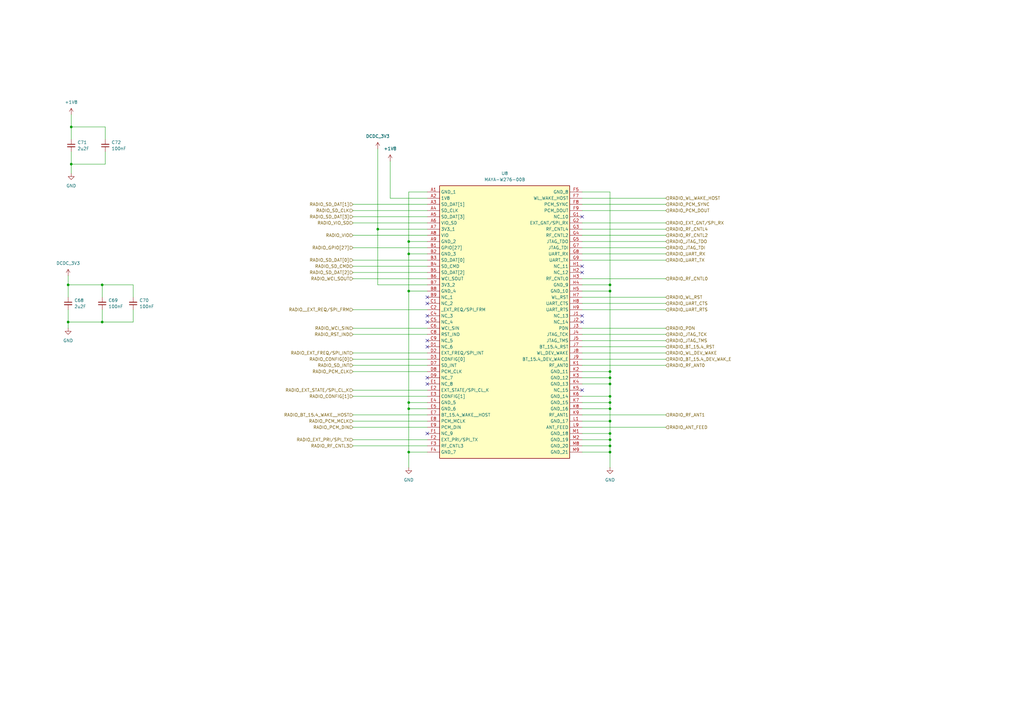
<source format=kicad_sch>
(kicad_sch (version 20250114) (generator "eeschema") (generator_version "9.0")
  (paper "A3")
  (lib_symbols
    (symbol "Device:C_Small" (pin_numbers (hide yes)) (pin_names (offset 0.254) (hide yes))
      (property "Reference" "C" (at 0.254 1.778 0))
      (property "Value" "C_Small" (at 0.254 -2.032 0))
      (symbol "C_Small_0_1"
        (polyline (pts (xy -1.524 0.508) (xy 1.524 0.508)) (stroke (width 0.3048)))
        (polyline (pts (xy -1.524 -0.508) (xy 1.524 -0.508)) (stroke (width 0.3302)))
      )
      (symbol "C_Small_1_1"
        (pin passive line (at 0 2.54 270) (length 2.032) (name "~") (number "1"))
        (pin passive line (at 0 -2.54 90) (length 2.032) (name "~") (number "2"))
      )
    )
    (symbol "NXP_SBC:MAYA-W276-00B"
      (property "Reference" "U" (at 59.69 7.62 0))
      (property "Value" "MAYA-W276-00B" (at 59.69 5.08 0))
      (symbol "MAYA-W276-00B_1_1"
        (rectangle (start 5.08 2.54) (end 58.42 -109.22) (stroke (width 0.254)) (fill (type background)))
        (pin passive line (at 0 0 0) (length 5.08) (name "GND_1") (number "A1"))
        (pin passive line (at 0 -2.54 0) (length 5.08) (name "1V8") (number "A2"))
        (pin passive line (at 0 -5.08 0) (length 5.08) (name "SD_DAT[1]") (number "A3"))
        (pin passive line (at 0 -7.62 0) (length 5.08) (name "SD_CLK") (number "A4"))
        (pin passive line (at 0 -10.16 0) (length 5.08) (name "SD_DAT[3]") (number "A5"))
        (pin passive line (at 0 -12.7 0) (length 5.08) (name "VIO_SD") (number "A6"))
        (pin passive line (at 0 -15.24 0) (length 5.08) (name "3V3_1") (number "A7"))
        (pin passive line (at 0 -17.78 0) (length 5.08) (name "VIO") (number "A8"))
        (pin passive line (at 0 -20.32 0) (length 5.08) (name "GND_2") (number "A9"))
        (pin passive line (at 0 -22.86 0) (length 5.08) (name "GPIO[27]") (number "B1"))
        (pin passive line (at 0 -25.4 0) (length 5.08) (name "GND_3") (number "B2"))
        (pin passive line (at 0 -27.94 0) (length 5.08) (name "SD_DAT[0]") (number "B3"))
        (pin passive line (at 0 -30.48 0) (length 5.08) (name "SD_CMD") (number "B4"))
        (pin passive line (at 0 -33.02 0) (length 5.08) (name "SD_DAT[2]") (number "B5"))
        (pin passive line (at 0 -35.56 0) (length 5.08) (name "WCI_SOUT") (number "B6"))
        (pin passive line (at 0 -38.1 0) (length 5.08) (name "3V3_2") (number "B7"))
        (pin passive line (at 0 -40.64 0) (length 5.08) (name "GND_4") (number "B8"))
        (pin passive line (at 0 -43.18 0) (length 5.08) (name "NC_1") (number "B9"))
        (pin passive line (at 0 -45.72 0) (length 5.08) (name "NC_2") (number "C1"))
        (pin passive line (at 0 -48.26 0) (length 5.08) (name "_EXT_REQ/SPI_FRM") (number "C2"))
        (pin passive line (at 0 -50.8 0) (length 5.08) (name "NC_3") (number "C4"))
        (pin passive line (at 0 -53.34 0) (length 5.08) (name "NC_4") (number "C5"))
        (pin passive line (at 0 -55.88 0) (length 5.08) (name "WCI_SIN") (number "C6"))
        (pin passive line (at 0 -58.42 0) (length 5.08) (name "RST_IND") (number "C8"))
        (pin passive line (at 0 -60.96 0) (length 5.08) (name "NC_5") (number "C9"))
        (pin passive line (at 0 -63.5 0) (length 5.08) (name "NC_6") (number "D1"))
        (pin passive line (at 0 -66.04 0) (length 5.08) (name "EXT_FREQ/SPI_INT") (number "D2"))
        (pin passive line (at 0 -68.58 0) (length 5.08) (name "CONFIG[0]") (number "D3"))
        (pin passive line (at 0 -71.12 0) (length 5.08) (name "SD_INT") (number "D7"))
        (pin passive line (at 0 -73.66 0) (length 5.08) (name "PCM_CLK") (number "D8"))
        (pin passive line (at 0 -76.2 0) (length 5.08) (name "NC_7") (number "D9"))
        (pin passive line (at 0 -78.74 0) (length 5.08) (name "NC_8") (number "E1"))
        (pin passive line (at 0 -81.28 0) (length 5.08) (name "EXT_STATE/SPI_CL_K") (number "E2"))
        (pin passive line (at 0 -83.82 0) (length 5.08) (name "CONFIG[1]") (number "E3"))
        (pin passive line (at 0 -86.36 0) (length 5.08) (name "GND_5") (number "E4"))
        (pin passive line (at 0 -88.9 0) (length 5.08) (name "GND_6") (number "E5"))
        (pin passive line (at 0 -91.44 0) (length 5.08) (name "BT_15.4_WAKE__HOST") (number "E7"))
        (pin passive line (at 0 -93.98 0) (length 5.08) (name "PCM_MCLK") (number "E8"))
        (pin passive line (at 0 -96.52 0) (length 5.08) (name "PCM_DIN") (number "E9"))
        (pin passive line (at 0 -99.06 0) (length 5.08) (name "NC_9") (number "F1"))
        (pin passive line (at 0 -101.6 0) (length 5.08) (name "EXT_PRI/SPI_TX") (number "F2"))
        (pin passive line (at 0 -104.14 0) (length 5.08) (name "RF_CNTL3") (number "F3"))
        (pin passive line (at 0 -106.68 0) (length 5.08) (name "GND_7") (number "F4"))
        (pin passive line (at 63.5 0 180) (length 5.08) (name "GND_8") (number "F5"))
        (pin passive line (at 63.5 -2.54 180) (length 5.08) (name "WL_WAKE_HOST") (number "F7"))
        (pin passive line (at 63.5 -5.08 180) (length 5.08) (name "PCM_SYNC") (number "F8"))
        (pin passive line (at 63.5 -7.62 180) (length 5.08) (name "PCM_DOUT") (number "F9"))
        (pin passive line (at 63.5 -10.16 180) (length 5.08) (name "NC_10") (number "G1"))
        (pin passive line (at 63.5 -12.7 180) (length 5.08) (name "EXT_GNT/SPI_RX") (number "G2"))
        (pin passive line (at 63.5 -15.24 180) (length 5.08) (name "RF_CNTL4") (number "G3"))
        (pin passive line (at 63.5 -17.78 180) (length 5.08) (name "RF_CNTL2") (number "G4"))
        (pin passive line (at 63.5 -20.32 180) (length 5.08) (name "JTAG_TDO") (number "G5"))
        (pin passive line (at 63.5 -22.86 180) (length 5.08) (name "JTAG_TDI") (number "G7"))
        (pin passive line (at 63.5 -25.4 180) (length 5.08) (name "UART_RX") (number "G8"))
        (pin passive line (at 63.5 -27.94 180) (length 5.08) (name "UART_TX") (number "G9"))
        (pin passive line (at 63.5 -30.48 180) (length 5.08) (name "NC_11") (number "H1"))
        (pin passive line (at 63.5 -33.02 180) (length 5.08) (name "NC_12") (number "H2"))
        (pin passive line (at 63.5 -35.56 180) (length 5.08) (name "RF_CNTL0") (number "H3"))
        (pin passive line (at 63.5 -38.1 180) (length 5.08) (name "GND_9") (number "H4"))
        (pin passive line (at 63.5 -40.64 180) (length 5.08) (name "GND_10") (number "H5"))
        (pin passive line (at 63.5 -43.18 180) (length 5.08) (name "WL_RST") (number "H7"))
        (pin passive line (at 63.5 -45.72 180) (length 5.08) (name "UART_CTS") (number "H8"))
        (pin passive line (at 63.5 -48.26 180) (length 5.08) (name "UART_RTS") (number "H9"))
        (pin passive line (at 63.5 -50.8 180) (length 5.08) (name "NC_13") (number "J1"))
        (pin passive line (at 63.5 -53.34 180) (length 5.08) (name "NC_14") (number "J2"))
        (pin passive line (at 63.5 -55.88 180) (length 5.08) (name "PDN") (number "J3"))
        (pin passive line (at 63.5 -58.42 180) (length 5.08) (name "JTAG_TCK") (number "J4"))
        (pin passive line (at 63.5 -60.96 180) (length 5.08) (name "JTAG_TMS") (number "J5"))
        (pin passive line (at 63.5 -63.5 180) (length 5.08) (name "BT_15.4_RST") (number "J7"))
        (pin passive line (at 63.5 -66.04 180) (length 5.08) (name "WL_DEV_WAKE") (number "J8"))
        (pin passive line (at 63.5 -68.58 180) (length 5.08) (name "BT_15.4_DEV_WAK_E") (number "J9"))
        (pin passive line (at 63.5 -71.12 180) (length 5.08) (name "RF_ANT0") (number "K1"))
        (pin passive line (at 63.5 -73.66 180) (length 5.08) (name "GND_11") (number "K2"))
        (pin passive line (at 63.5 -76.2 180) (length 5.08) (name "GND_12") (number "K3"))
        (pin passive line (at 63.5 -78.74 180) (length 5.08) (name "GND_13") (number "K4"))
        (pin passive line (at 63.5 -81.28 180) (length 5.08) (name "NC_15") (number "K5"))
        (pin passive line (at 63.5 -83.82 180) (length 5.08) (name "GND_14") (number "K6"))
        (pin passive line (at 63.5 -86.36 180) (length 5.08) (name "GND_15") (number "K7"))
        (pin passive line (at 63.5 -88.9 180) (length 5.08) (name "GND_16") (number "K8"))
        (pin passive line (at 63.5 -91.44 180) (length 5.08) (name "RF_ANT1") (number "K9"))
        (pin passive line (at 63.5 -93.98 180) (length 5.08) (name "GND_17") (number "L1"))
        (pin passive line (at 63.5 -96.52 180) (length 5.08) (name "ANT_FEED") (number "L9"))
        (pin passive line (at 63.5 -99.06 180) (length 5.08) (name "GND_18") (number "M1"))
        (pin passive line (at 63.5 -101.6 180) (length 5.08) (name "GND_19") (number "M2"))
        (pin passive line (at 63.5 -104.14 180) (length 5.08) (name "GND_20") (number "M8"))
        (pin passive line (at 63.5 -106.68 180) (length 5.08) (name "GND_21") (number "M9"))
      )
    )
    (symbol "power:+1V35" (power) (pin_numbers (hide yes)) (pin_names (offset 0) (hide yes))
      (property "Value" "+1V35" (at 0 3.556 0))
      (symbol "+1V35_0_1"
        (polyline (pts (xy -0.762 1.27) (xy 0 2.54)))
        (polyline (pts (xy 0 2.54) (xy 0.762 1.27)))
        (polyline (pts (xy 0 0) (xy 0 2.54)))
      )
      (symbol "+1V35_1_1"
        (pin power_in line (at 0 0 90) (length 0) (name "~") (number "1"))
      )
    )
    (symbol "power:GND" (power) (pin_numbers (hide yes)) (pin_names (offset 0) (hide yes))
      (property "Value" "GND" (at 0 -3.81 0))
      (symbol "GND_0_1"
        (polyline (pts (xy 0 0) (xy 0 -1.27) (xy 1.27 -1.27) (xy 0 -2.54) (xy -1.27 -1.27) (xy 0 -1.27)))
      )
      (symbol "GND_1_1"
        (pin power_in line (at 0 0 270) (length 0) (name "~") (number "1"))
      )
    )
  )
  (junction (at 250.19 185.42))
  (junction (at 250.19 165.1))
  (junction (at 250.19 154.94))
  (junction (at 41.91 116.84))
  (junction (at 167.64 99.06))
  (junction (at 27.94 116.84))
  (junction (at 167.64 167.64))
  (junction (at 167.64 165.1))
  (junction (at 167.64 119.38))
  (junction (at 250.19 157.48))
  (junction (at 167.64 185.42))
  (junction (at 250.19 162.56))
  (junction (at 250.19 172.72))
  (junction (at 250.19 182.88))
  (junction (at 154.94 93.98))
  (junction (at 250.19 152.4))
  (junction (at 167.64 104.14))
  (junction (at 29.21 67.31))
  (junction (at 29.21 52.07))
  (junction (at 41.91 132.08))
  (junction (at 27.94 132.08))
  (junction (at 250.19 119.38))
  (junction (at 250.19 116.84))
  (junction (at 250.19 180.34))
  (junction (at 250.19 177.8))
  (junction (at 250.19 167.64))
  (no_connect (at 238.76 129.54))
  (no_connect (at 238.76 111.76))
  (no_connect (at 238.76 132.08))
  (no_connect (at 175.26 139.7))
  (no_connect (at 238.76 109.22))
  (no_connect (at 175.26 157.48))
  (no_connect (at 175.26 177.8))
  (no_connect (at 238.76 160.02))
  (no_connect (at 175.26 129.54))
  (no_connect (at 175.26 121.92))
  (no_connect (at 175.26 142.24))
  (no_connect (at 238.76 88.9))
  (no_connect (at 175.26 124.46))
  (no_connect (at 175.26 154.94))
  (no_connect (at 175.26 132.08))
  (wire (pts (xy 144.78 175.26) (xy 175.26 175.26)))
  (wire (pts (xy 27.94 113.03) (xy 27.94 116.84)))
  (wire (pts (xy 27.94 127) (xy 27.94 132.08)))
  (wire (pts (xy 250.19 167.64) (xy 250.19 172.72)))
  (wire (pts (xy 273.05 104.14) (xy 238.76 104.14)))
  (wire (pts (xy 144.78 162.56) (xy 175.26 162.56)))
  (wire (pts (xy 144.78 160.02) (xy 175.26 160.02)))
  (wire (pts (xy 273.05 124.46) (xy 238.76 124.46)))
  (wire (pts (xy 238.76 165.1) (xy 250.19 165.1)))
  (wire (pts (xy 29.21 67.31) (xy 43.18 67.31)))
  (wire (pts (xy 273.05 142.24) (xy 238.76 142.24)))
  (wire (pts (xy 144.78 127) (xy 175.26 127)))
  (wire (pts (xy 144.78 96.52) (xy 175.26 96.52)))
  (wire (pts (xy 250.19 182.88) (xy 250.19 185.42)))
  (wire (pts (xy 273.05 134.62) (xy 238.76 134.62)))
  (wire (pts (xy 167.64 99.06) (xy 167.64 104.14)))
  (wire (pts (xy 238.76 116.84) (xy 250.19 116.84)))
  (wire (pts (xy 273.05 121.92) (xy 238.76 121.92)))
  (wire (pts (xy 273.05 170.18) (xy 238.76 170.18)))
  (wire (pts (xy 144.78 134.62) (xy 175.26 134.62)))
  (wire (pts (xy 29.21 67.31) (xy 29.21 71.12)))
  (wire (pts (xy 238.76 157.48) (xy 250.19 157.48)))
  (wire (pts (xy 238.76 167.64) (xy 250.19 167.64)))
  (wire (pts (xy 43.18 57.15) (xy 43.18 52.07)))
  (wire (pts (xy 250.19 172.72) (xy 250.19 177.8)))
  (wire (pts (xy 175.26 119.38) (xy 167.64 119.38)))
  (wire (pts (xy 238.76 152.4) (xy 250.19 152.4)))
  (wire (pts (xy 250.19 78.74) (xy 250.19 116.84)))
  (wire (pts (xy 250.19 157.48) (xy 250.19 162.56)))
  (wire (pts (xy 238.76 182.88) (xy 250.19 182.88)))
  (wire (pts (xy 27.94 132.08) (xy 27.94 134.62)))
  (wire (pts (xy 175.26 78.74) (xy 167.64 78.74)))
  (wire (pts (xy 273.05 137.16) (xy 238.76 137.16)))
  (wire (pts (xy 250.19 165.1) (xy 250.19 167.64)))
  (wire (pts (xy 175.26 93.98) (xy 154.94 93.98)))
  (wire (pts (xy 27.94 116.84) (xy 27.94 121.92)))
  (wire (pts (xy 41.91 132.08) (xy 27.94 132.08)))
  (wire (pts (xy 175.26 167.64) (xy 167.64 167.64)))
  (wire (pts (xy 175.26 116.84) (xy 154.94 116.84)))
  (wire (pts (xy 144.78 152.4) (xy 175.26 152.4)))
  (wire (pts (xy 273.05 91.44) (xy 238.76 91.44)))
  (wire (pts (xy 144.78 172.72) (xy 175.26 172.72)))
  (wire (pts (xy 273.05 83.82) (xy 238.76 83.82)))
  (wire (pts (xy 29.21 52.07) (xy 29.21 57.15)))
  (wire (pts (xy 273.05 101.6) (xy 238.76 101.6)))
  (wire (pts (xy 43.18 67.31) (xy 43.18 62.23)))
  (wire (pts (xy 144.78 170.18) (xy 175.26 170.18)))
  (wire (pts (xy 167.64 165.1) (xy 167.64 167.64)))
  (wire (pts (xy 29.21 46.99) (xy 29.21 52.07)))
  (wire (pts (xy 238.76 154.94) (xy 250.19 154.94)))
  (wire (pts (xy 273.05 99.06) (xy 238.76 99.06)))
  (wire (pts (xy 273.05 86.36) (xy 238.76 86.36)))
  (wire (pts (xy 238.76 172.72) (xy 250.19 172.72)))
  (wire (pts (xy 144.78 149.86) (xy 175.26 149.86)))
  (wire (pts (xy 250.19 177.8) (xy 250.19 180.34)))
  (wire (pts (xy 54.61 121.92) (xy 54.61 116.84)))
  (wire (pts (xy 41.91 116.84) (xy 27.94 116.84)))
  (wire (pts (xy 175.26 104.14) (xy 167.64 104.14)))
  (wire (pts (xy 144.78 109.22) (xy 175.26 109.22)))
  (wire (pts (xy 273.05 114.3) (xy 238.76 114.3)))
  (wire (pts (xy 144.78 144.78) (xy 175.26 144.78)))
  (wire (pts (xy 144.78 106.68) (xy 175.26 106.68)))
  (wire (pts (xy 54.61 132.08) (xy 41.91 132.08)))
  (wire (pts (xy 144.78 182.88) (xy 175.26 182.88)))
  (wire (pts (xy 273.05 127) (xy 238.76 127)))
  (wire (pts (xy 250.19 154.94) (xy 250.19 157.48)))
  (wire (pts (xy 238.76 119.38) (xy 250.19 119.38)))
  (wire (pts (xy 144.78 111.76) (xy 175.26 111.76)))
  (wire (pts (xy 238.76 180.34) (xy 250.19 180.34)))
  (wire (pts (xy 273.05 93.98) (xy 238.76 93.98)))
  (wire (pts (xy 144.78 137.16) (xy 175.26 137.16)))
  (wire (pts (xy 175.26 99.06) (xy 167.64 99.06)))
  (wire (pts (xy 273.05 147.32) (xy 238.76 147.32)))
  (wire (pts (xy 250.19 185.42) (xy 250.19 191.77)))
  (wire (pts (xy 273.05 144.78) (xy 238.76 144.78)))
  (wire (pts (xy 238.76 78.74) (xy 250.19 78.74)))
  (wire (pts (xy 144.78 180.34) (xy 175.26 180.34)))
  (wire (pts (xy 41.91 116.84) (xy 41.91 121.92)))
  (wire (pts (xy 238.76 177.8) (xy 250.19 177.8)))
  (wire (pts (xy 54.61 127) (xy 54.61 132.08)))
  (wire (pts (xy 175.26 165.1) (xy 167.64 165.1)))
  (wire (pts (xy 54.61 116.84) (xy 41.91 116.84)))
  (wire (pts (xy 273.05 96.52) (xy 238.76 96.52)))
  (wire (pts (xy 250.19 180.34) (xy 250.19 182.88)))
  (wire (pts (xy 167.64 185.42) (xy 167.64 191.77)))
  (wire (pts (xy 250.19 119.38) (xy 250.19 152.4)))
  (wire (pts (xy 144.78 86.36) (xy 175.26 86.36)))
  (wire (pts (xy 144.78 91.44) (xy 175.26 91.44)))
  (wire (pts (xy 273.05 139.7) (xy 238.76 139.7)))
  (wire (pts (xy 167.64 167.64) (xy 167.64 185.42)))
  (wire (pts (xy 29.21 62.23) (xy 29.21 67.31)))
  (wire (pts (xy 250.19 152.4) (xy 250.19 154.94)))
  (wire (pts (xy 41.91 127) (xy 41.91 132.08)))
  (wire (pts (xy 273.05 106.68) (xy 238.76 106.68)))
  (wire (pts (xy 167.64 104.14) (xy 167.64 119.38)))
  (wire (pts (xy 144.78 101.6) (xy 175.26 101.6)))
  (wire (pts (xy 144.78 114.3) (xy 175.26 114.3)))
  (wire (pts (xy 238.76 185.42) (xy 250.19 185.42)))
  (wire (pts (xy 154.94 93.98) (xy 154.94 60.96)))
  (wire (pts (xy 238.76 162.56) (xy 250.19 162.56)))
  (wire (pts (xy 144.78 83.82) (xy 175.26 83.82)))
  (wire (pts (xy 43.18 52.07) (xy 29.21 52.07)))
  (wire (pts (xy 273.05 81.28) (xy 238.76 81.28)))
  (wire (pts (xy 175.26 81.28) (xy 160.02 81.28)))
  (wire (pts (xy 167.64 119.38) (xy 167.64 165.1)))
  (wire (pts (xy 273.05 175.26) (xy 238.76 175.26)))
  (wire (pts (xy 250.19 162.56) (xy 250.19 165.1)))
  (wire (pts (xy 273.05 149.86) (xy 238.76 149.86)))
  (wire (pts (xy 154.94 116.84) (xy 154.94 93.98)))
  (wire (pts (xy 144.78 88.9) (xy 175.26 88.9)))
  (wire (pts (xy 144.78 147.32) (xy 175.26 147.32)))
  (wire (pts (xy 160.02 81.28) (xy 160.02 66.04)))
  (wire (pts (xy 167.64 78.74) (xy 167.64 99.06)))
  (wire (pts (xy 250.19 116.84) (xy 250.19 119.38)))
  (wire (pts (xy 175.26 185.42) (xy 167.64 185.42)))
  (hierarchical_label "RADIO_WCI_SOUT" (shape input) (at 144.78 114.3 180))
  (hierarchical_label "RADIO_SD_DAT[0]" (shape input) (at 144.78 106.68 180))
  (hierarchical_label "RADIO_SD_DAT[2]" (shape input) (at 144.78 111.76 180))
  (hierarchical_label "RADIO_WL_DEV_WAKE" (shape input) (at 273.05 144.78 0))
  (hierarchical_label "RADIO_WL_RST" (shape input) (at 273.05 121.92 0))
  (hierarchical_label "RADIO_UART_CTS" (shape input) (at 273.05 124.46 0))
  (hierarchical_label "RADIO_BT_15.4_RST" (shape input) (at 273.05 142.24 0))
  (hierarchical_label "RADIO__EXT_REQ{slash}SPI_FRM" (shape input) (at 144.78 127 180))
  (hierarchical_label "RADIO_BT_15.4_WAKE__HOST" (shape input) (at 144.78 170.18 180))
  (hierarchical_label "RADIO_PCM_CLK" (shape input) (at 144.78 152.4 180))
  (hierarchical_label "RADIO_RF_CNTL0" (shape input) (at 273.05 114.3 0))
  (hierarchical_label "RADIO_SD_DAT[1]" (shape input) (at 144.78 83.82 180))
  (hierarchical_label "RADIO_RF_ANT0" (shape input) (at 273.05 149.86 0))
  (hierarchical_label "RADIO_VIO_SD" (shape input) (at 144.78 91.44 180))
  (hierarchical_label "RADIO_UART_TX" (shape input) (at 273.05 106.68 0))
  (hierarchical_label "RADIO_EXT_STATE{slash}SPI_CL_K" (shape input) (at 144.78 160.02 180))
  (hierarchical_label "RADIO_PCM_DIN" (shape input) (at 144.78 175.26 180))
  (hierarchical_label "RADIO_UART_RX" (shape input) (at 273.05 104.14 0))
  (hierarchical_label "RADIO_GPIO[27]" (shape input) (at 144.78 101.6 180))
  (hierarchical_label "RADIO_RF_CNTL4" (shape input) (at 273.05 93.98 0))
  (hierarchical_label "RADIO_PCM_DOUT" (shape input) (at 273.05 86.36 0))
  (hierarchical_label "RADIO_CONFIG[1]" (shape input) (at 144.78 162.56 180))
  (hierarchical_label "RADIO_SD_CMD" (shape input) (at 144.78 109.22 180))
  (hierarchical_label "RADIO_PCM_SYNC" (shape input) (at 273.05 83.82 0))
  (hierarchical_label "RADIO_RF_CNTL2" (shape input) (at 273.05 96.52 0))
  (hierarchical_label "RADIO_RF_CNTL3" (shape input) (at 144.78 182.88 180))
  (hierarchical_label "RADIO_EXT_PRI{slash}SPI_TX" (shape input) (at 144.78 180.34 180))
  (hierarchical_label "RADIO_JTAG_TCK" (shape input) (at 273.05 137.16 0))
  (hierarchical_label "RADIO_PCM_MCLK" (shape input) (at 144.78 172.72 180))
  (hierarchical_label "RADIO_JTAG_TDI" (shape input) (at 273.05 101.6 0))
  (hierarchical_label "RADIO_RF_ANT1" (shape input) (at 273.05 170.18 0))
  (hierarchical_label "RADIO_UART_RTS" (shape input) (at 273.05 127 0))
  (hierarchical_label "RADIO_BT_15.4_DEV_WAK_E" (shape input) (at 273.05 147.32 0))
  (hierarchical_label "RADIO_WCI_SIN" (shape input) (at 144.78 134.62 180))
  (hierarchical_label "RADIO_SD_INT" (shape input) (at 144.78 149.86 180))
  (hierarchical_label "RADIO_JTAG_TMS" (shape input) (at 273.05 139.7 0))
  (hierarchical_label "RADIO_PDN" (shape input) (at 273.05 134.62 0))
  (hierarchical_label "RADIO_EXT_FREQ{slash}SPI_INT" (shape input) (at 144.78 144.78 180))
  (hierarchical_label "RADIO_ANT_FEED" (shape input) (at 273.05 175.26 0))
  (hierarchical_label "RADIO_WL_WAKE_HOST" (shape input) (at 273.05 81.28 0))
  (hierarchical_label "RADIO_VIO" (shape input) (at 144.78 96.52 180))
  (hierarchical_label "RADIO_EXT_GNT{slash}SPI_RX" (shape input) (at 273.05 91.44 0))
  (hierarchical_label "RADIO_CONFIG[0]" (shape input) (at 144.78 147.32 180))
  (hierarchical_label "RADIO_JTAG_TDO" (shape input) (at 273.05 99.06 0))
  (hierarchical_label "RADIO_SD_CLK" (shape input) (at 144.78 86.36 180))
  (hierarchical_label "RADIO_SD_DAT[3]" (shape input) (at 144.78 88.9 180))
  (hierarchical_label "RADIO_RST_IND" (shape input) (at 144.78 137.16 180))
  (symbol (lib_id "power:+1V35") (at 29.21 46.99 0) (unit 1)
    (property "Reference" "#PWR0109" (effects (hide yes)))
    (property "Value" "+1V8" (at 29.21 41.91 0))
    (property "Description" "Power symbol creates a global label with name \"+1V35\"" (effects (hide yes)))
  )
  (symbol (lib_id "power:GND") (at 27.94 134.62 0) (unit 1)
    (property "Reference" "#PWR0111" (effects (hide yes)))
    (property "Value" "GND" (at 27.94 139.7 0))
    (property "Description" "Power symbol creates a global label with name \"GND\" , ground" (effects (hide yes)))
  )
  (symbol (lib_id "Device:C_Small") (at 41.91 124.46 180) (unit 1)
    (property "Reference" "C69" (at 44.45 123.1835 0) (effects (justify right)))
    (property "Value" "100nF" (at 44.45 125.7235 0) (effects (justify right)))
    (property "Footprint" "Capacitor_SMD:C_0603_1608Metric_Pad1.08x0.95mm_HandSolder" (effects (hide yes)))
    (property "Description" "Unpolarized capacitor, small symbol" (effects (hide yes)))
  )
  (symbol (lib_id "Device:C_Small") (at 43.18 59.69 180) (unit 1)
    (property "Reference" "C72" (at 45.72 58.4135 0) (effects (justify right)))
    (property "Value" "100nF" (at 45.72 60.9535 0) (effects (justify right)))
    (property "Footprint" "Capacitor_SMD:C_0603_1608Metric_Pad1.08x0.95mm_HandSolder" (effects (hide yes)))
    (property "Description" "Unpolarized capacitor, small symbol" (effects (hide yes)))
  )
  (symbol (lib_id "power:+1V35") (at 27.94 113.03 0) (unit 1)
    (property "Reference" "#PWR0108" (effects (hide yes)))
    (property "Value" "DCDC_3V3" (at 27.94 107.95 0))
    (property "Description" "Power symbol creates a global label with name \"+1V35\"" (effects (hide yes)))
  )
  (symbol (lib_id "Device:C_Small") (at 29.21 59.69 0) (unit 1)
    (property "Reference" "C71" (at 31.75 58.4262 0) (effects (justify left)))
    (property "Value" "2u2F" (at 31.75 60.9662 0) (effects (justify left)))
    (property "Footprint" "Capacitor_SMD:C_0603_1608Metric_Pad1.08x0.95mm_HandSolder" (effects (hide yes)))
    (property "Description" "Unpolarized capacitor, small symbol" (effects (hide yes)))
  )
  (symbol (lib_id "power:+1V35") (at 154.94 60.96 0) (unit 1)
    (property "Reference" "#PWR098" (effects (hide yes)))
    (property "Value" "DCDC_3V3" (at 154.94 55.88 0))
    (property "Description" "Power symbol creates a global label with name \"+1V35\"" (effects (hide yes)))
  )
  (symbol (lib_id "power:+1V35") (at 160.02 66.04 0) (unit 1)
    (property "Reference" "#PWR0107" (effects (hide yes)))
    (property "Value" "+1V8" (at 160.02 60.96 0))
    (property "Description" "Power symbol creates a global label with name \"+1V35\"" (effects (hide yes)))
  )
  (symbol (lib_id "power:GND") (at 29.21 71.12 0) (unit 1)
    (property "Reference" "#PWR0112" (effects (hide yes)))
    (property "Value" "GND" (at 29.21 76.2 0))
    (property "Description" "Power symbol creates a global label with name \"GND\" , ground" (effects (hide yes)))
  )
  (symbol (lib_id "Device:C_Small") (at 27.94 124.46 0) (unit 1)
    (property "Reference" "C68" (at 30.48 123.1962 0) (effects (justify left)))
    (property "Value" "2u2F" (at 30.48 125.7362 0) (effects (justify left)))
    (property "Footprint" "Capacitor_SMD:C_0603_1608Metric_Pad1.08x0.95mm_HandSolder" (effects (hide yes)))
    (property "Description" "Unpolarized capacitor, small symbol" (effects (hide yes)))
  )
  (symbol (lib_id "power:GND") (at 250.19 191.77 0) (unit 1)
    (property "Reference" "#PWR097" (effects (hide yes)))
    (property "Value" "GND" (at 250.19 196.85 0))
    (property "Description" "Power symbol creates a global label with name \"GND\" , ground" (effects (hide yes)))
  )
  (symbol (lib_id "Device:C_Small") (at 54.61 124.46 180) (unit 1)
    (property "Reference" "C70" (at 57.15 123.1835 0) (effects (justify right)))
    (property "Value" "100nF" (at 57.15 125.7235 0) (effects (justify right)))
    (property "Footprint" "Capacitor_SMD:C_0603_1608Metric_Pad1.08x0.95mm_HandSolder" (effects (hide yes)))
    (property "Description" "Unpolarized capacitor, small symbol" (effects (hide yes)))
  )
  (symbol (lib_id "NXP_SBC:MAYA-W276-00B") (at 175.26 78.74 0) (unit 1)
    (property "Reference" "U8" (at 207.01 71.12 0))
    (property "Value" "MAYA-W276-00B" (at 207.01 73.66 0))
    (property "Footprint" "NXP_SBC:MAYAW27600B" (effects (hide yes)))
    (property "Datasheet" "https://content.u-blox.com/sites/default/files/documents/MAYA-W2_DataSheet_UBX-22009721.pdf" (effects (hide yes)))
    (property "Description" "Multiprotocol Modules IW612, 802.11ax+BT+802.15.4, 1 PCB antenna or ant. pin" (effects (hide yes)))
    (property "Height" "2.12" (effects (hide yes)))
    (property "Mouser Part Number" "377-MAYA-W276-00B" (effects (hide yes)))
    (property "Mouser Price/Stock" "https://www.mouser.co.uk/ProductDetail/u-blox/MAYA-W276-00B?qs=By6Nw2ByBD2UUDX35rOZMQ%3D%3D" (effects (hide yes)))
    (property "Manufacturer_Name" "u-blox" (effects (hide yes)))
    (property "Manufacturer_Part_Number" "MAYA-W276-00B" (effects (hide yes)))
  )
  (symbol (lib_id "power:GND") (at 167.64 191.77 0) (unit 1)
    (property "Reference" "#PWR096" (effects (hide yes)))
    (property "Value" "GND" (at 167.64 196.85 0))
    (property "Description" "Power symbol creates a global label with name \"GND\" , ground" (effects (hide yes)))
  )
)
</source>
